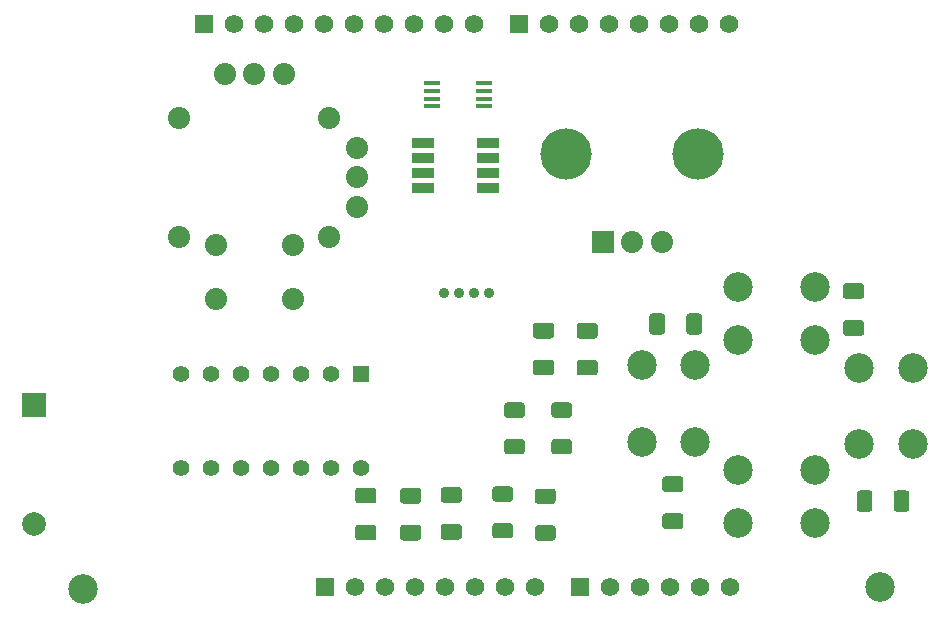
<source format=gbr>
%TF.GenerationSoftware,KiCad,Pcbnew,(5.1.10)-1*%
%TF.CreationDate,2021-12-06T12:22:38-06:00*%
%TF.ProjectId,FPGA-Shield,46504741-2d53-4686-9965-6c642e6b6963,rev?*%
%TF.SameCoordinates,Original*%
%TF.FileFunction,Soldermask,Top*%
%TF.FilePolarity,Negative*%
%FSLAX46Y46*%
G04 Gerber Fmt 4.6, Leading zero omitted, Abs format (unit mm)*
G04 Created by KiCad (PCBNEW (5.1.10)-1) date 2021-12-06 12:22:38*
%MOMM*%
%LPD*%
G01*
G04 APERTURE LIST*
%ADD10C,1.875000*%
%ADD11C,2.500000*%
%ADD12C,4.350000*%
%ADD13R,1.875000X1.875000*%
%ADD14C,2.000000*%
%ADD15R,2.000000X2.000000*%
%ADD16C,0.889000*%
%ADD17R,1.400000X0.450000*%
%ADD18R,1.906250X0.812500*%
%ADD19C,1.412500*%
%ADD20R,1.412500X1.412500*%
%ADD21C,1.560000*%
%ADD22R,1.560000X1.560000*%
G04 APERTURE END LIST*
D10*
%TO.C,U1*%
X126480000Y-54000000D03*
X126480000Y-56500000D03*
X126480000Y-51500000D03*
X114500000Y-64250000D03*
X121000000Y-64250000D03*
X121000000Y-59750000D03*
X114500000Y-59750000D03*
X124075000Y-59000000D03*
X111425000Y-59000000D03*
X111425000Y-49000000D03*
X124075000Y-49000000D03*
X120250000Y-45270000D03*
X115250000Y-45270000D03*
X117750000Y-45270000D03*
%TD*%
D11*
%TO.C,H2*%
X170700000Y-88700000D03*
%TD*%
%TO.C,H1*%
X103300000Y-88800000D03*
%TD*%
%TO.C,R12*%
G36*
G01*
X140425000Y-74350000D02*
X139175000Y-74350000D01*
G75*
G02*
X138925000Y-74100000I0J250000D01*
G01*
X138925000Y-73300000D01*
G75*
G02*
X139175000Y-73050000I250000J0D01*
G01*
X140425000Y-73050000D01*
G75*
G02*
X140675000Y-73300000I0J-250000D01*
G01*
X140675000Y-74100000D01*
G75*
G02*
X140425000Y-74350000I-250000J0D01*
G01*
G37*
G36*
G01*
X140425000Y-77450000D02*
X139175000Y-77450000D01*
G75*
G02*
X138925000Y-77200000I0J250000D01*
G01*
X138925000Y-76400000D01*
G75*
G02*
X139175000Y-76150000I250000J0D01*
G01*
X140425000Y-76150000D01*
G75*
G02*
X140675000Y-76400000I0J-250000D01*
G01*
X140675000Y-77200000D01*
G75*
G02*
X140425000Y-77450000I-250000J0D01*
G01*
G37*
%TD*%
%TO.C,R11*%
G36*
G01*
X144425000Y-74350000D02*
X143175000Y-74350000D01*
G75*
G02*
X142925000Y-74100000I0J250000D01*
G01*
X142925000Y-73300000D01*
G75*
G02*
X143175000Y-73050000I250000J0D01*
G01*
X144425000Y-73050000D01*
G75*
G02*
X144675000Y-73300000I0J-250000D01*
G01*
X144675000Y-74100000D01*
G75*
G02*
X144425000Y-74350000I-250000J0D01*
G01*
G37*
G36*
G01*
X144425000Y-77450000D02*
X143175000Y-77450000D01*
G75*
G02*
X142925000Y-77200000I0J250000D01*
G01*
X142925000Y-76400000D01*
G75*
G02*
X143175000Y-76150000I250000J0D01*
G01*
X144425000Y-76150000D01*
G75*
G02*
X144675000Y-76400000I0J-250000D01*
G01*
X144675000Y-77200000D01*
G75*
G02*
X144425000Y-77450000I-250000J0D01*
G01*
G37*
%TD*%
%TO.C,R10*%
G36*
G01*
X143025000Y-81650000D02*
X141775000Y-81650000D01*
G75*
G02*
X141525000Y-81400000I0J250000D01*
G01*
X141525000Y-80600000D01*
G75*
G02*
X141775000Y-80350000I250000J0D01*
G01*
X143025000Y-80350000D01*
G75*
G02*
X143275000Y-80600000I0J-250000D01*
G01*
X143275000Y-81400000D01*
G75*
G02*
X143025000Y-81650000I-250000J0D01*
G01*
G37*
G36*
G01*
X143025000Y-84750000D02*
X141775000Y-84750000D01*
G75*
G02*
X141525000Y-84500000I0J250000D01*
G01*
X141525000Y-83700000D01*
G75*
G02*
X141775000Y-83450000I250000J0D01*
G01*
X143025000Y-83450000D01*
G75*
G02*
X143275000Y-83700000I0J-250000D01*
G01*
X143275000Y-84500000D01*
G75*
G02*
X143025000Y-84750000I-250000J0D01*
G01*
G37*
%TD*%
%TO.C,R9*%
G36*
G01*
X139425000Y-81450000D02*
X138175000Y-81450000D01*
G75*
G02*
X137925000Y-81200000I0J250000D01*
G01*
X137925000Y-80400000D01*
G75*
G02*
X138175000Y-80150000I250000J0D01*
G01*
X139425000Y-80150000D01*
G75*
G02*
X139675000Y-80400000I0J-250000D01*
G01*
X139675000Y-81200000D01*
G75*
G02*
X139425000Y-81450000I-250000J0D01*
G01*
G37*
G36*
G01*
X139425000Y-84550000D02*
X138175000Y-84550000D01*
G75*
G02*
X137925000Y-84300000I0J250000D01*
G01*
X137925000Y-83500000D01*
G75*
G02*
X138175000Y-83250000I250000J0D01*
G01*
X139425000Y-83250000D01*
G75*
G02*
X139675000Y-83500000I0J-250000D01*
G01*
X139675000Y-84300000D01*
G75*
G02*
X139425000Y-84550000I-250000J0D01*
G01*
G37*
%TD*%
%TO.C,C10*%
G36*
G01*
X145299999Y-69437500D02*
X146600001Y-69437500D01*
G75*
G02*
X146850000Y-69687499I0J-249999D01*
G01*
X146850000Y-70512501D01*
G75*
G02*
X146600001Y-70762500I-249999J0D01*
G01*
X145299999Y-70762500D01*
G75*
G02*
X145050000Y-70512501I0J249999D01*
G01*
X145050000Y-69687499D01*
G75*
G02*
X145299999Y-69437500I249999J0D01*
G01*
G37*
G36*
G01*
X145299999Y-66312500D02*
X146600001Y-66312500D01*
G75*
G02*
X146850000Y-66562499I0J-249999D01*
G01*
X146850000Y-67387501D01*
G75*
G02*
X146600001Y-67637500I-249999J0D01*
G01*
X145299999Y-67637500D01*
G75*
G02*
X145050000Y-67387501I0J249999D01*
G01*
X145050000Y-66562499D01*
G75*
G02*
X145299999Y-66312500I249999J0D01*
G01*
G37*
%TD*%
%TO.C,C9*%
G36*
G01*
X141599999Y-69437500D02*
X142900001Y-69437500D01*
G75*
G02*
X143150000Y-69687499I0J-249999D01*
G01*
X143150000Y-70512501D01*
G75*
G02*
X142900001Y-70762500I-249999J0D01*
G01*
X141599999Y-70762500D01*
G75*
G02*
X141350000Y-70512501I0J249999D01*
G01*
X141350000Y-69687499D01*
G75*
G02*
X141599999Y-69437500I249999J0D01*
G01*
G37*
G36*
G01*
X141599999Y-66312500D02*
X142900001Y-66312500D01*
G75*
G02*
X143150000Y-66562499I0J-249999D01*
G01*
X143150000Y-67387501D01*
G75*
G02*
X142900001Y-67637500I-249999J0D01*
G01*
X141599999Y-67637500D01*
G75*
G02*
X141350000Y-67387501I0J249999D01*
G01*
X141350000Y-66562499D01*
G75*
G02*
X141599999Y-66312500I249999J0D01*
G01*
G37*
%TD*%
%TO.C,C8*%
G36*
G01*
X130349999Y-83410000D02*
X131650001Y-83410000D01*
G75*
G02*
X131900000Y-83659999I0J-249999D01*
G01*
X131900000Y-84485001D01*
G75*
G02*
X131650001Y-84735000I-249999J0D01*
G01*
X130349999Y-84735000D01*
G75*
G02*
X130100000Y-84485001I0J249999D01*
G01*
X130100000Y-83659999D01*
G75*
G02*
X130349999Y-83410000I249999J0D01*
G01*
G37*
G36*
G01*
X130349999Y-80285000D02*
X131650001Y-80285000D01*
G75*
G02*
X131900000Y-80534999I0J-249999D01*
G01*
X131900000Y-81360001D01*
G75*
G02*
X131650001Y-81610000I-249999J0D01*
G01*
X130349999Y-81610000D01*
G75*
G02*
X130100000Y-81360001I0J249999D01*
G01*
X130100000Y-80534999D01*
G75*
G02*
X130349999Y-80285000I249999J0D01*
G01*
G37*
%TD*%
%TO.C,C7*%
G36*
G01*
X126549999Y-83400000D02*
X127850001Y-83400000D01*
G75*
G02*
X128100000Y-83649999I0J-249999D01*
G01*
X128100000Y-84475001D01*
G75*
G02*
X127850001Y-84725000I-249999J0D01*
G01*
X126549999Y-84725000D01*
G75*
G02*
X126300000Y-84475001I0J249999D01*
G01*
X126300000Y-83649999D01*
G75*
G02*
X126549999Y-83400000I249999J0D01*
G01*
G37*
G36*
G01*
X126549999Y-80275000D02*
X127850001Y-80275000D01*
G75*
G02*
X128100000Y-80524999I0J-249999D01*
G01*
X128100000Y-81350001D01*
G75*
G02*
X127850001Y-81600000I-249999J0D01*
G01*
X126549999Y-81600000D01*
G75*
G02*
X126300000Y-81350001I0J249999D01*
G01*
X126300000Y-80524999D01*
G75*
G02*
X126549999Y-80275000I249999J0D01*
G01*
G37*
%TD*%
%TO.C,C6*%
G36*
G01*
X133799999Y-83337500D02*
X135100001Y-83337500D01*
G75*
G02*
X135350000Y-83587499I0J-249999D01*
G01*
X135350000Y-84412501D01*
G75*
G02*
X135100001Y-84662500I-249999J0D01*
G01*
X133799999Y-84662500D01*
G75*
G02*
X133550000Y-84412501I0J249999D01*
G01*
X133550000Y-83587499D01*
G75*
G02*
X133799999Y-83337500I249999J0D01*
G01*
G37*
G36*
G01*
X133799999Y-80212500D02*
X135100001Y-80212500D01*
G75*
G02*
X135350000Y-80462499I0J-249999D01*
G01*
X135350000Y-81287501D01*
G75*
G02*
X135100001Y-81537500I-249999J0D01*
G01*
X133799999Y-81537500D01*
G75*
G02*
X133550000Y-81287501I0J249999D01*
G01*
X133550000Y-80462499D01*
G75*
G02*
X133799999Y-80212500I249999J0D01*
G01*
G37*
%TD*%
%TO.C,C5*%
G36*
G01*
X170100000Y-80749999D02*
X170100000Y-82050001D01*
G75*
G02*
X169850001Y-82300000I-249999J0D01*
G01*
X169024999Y-82300000D01*
G75*
G02*
X168775000Y-82050001I0J249999D01*
G01*
X168775000Y-80749999D01*
G75*
G02*
X169024999Y-80500000I249999J0D01*
G01*
X169850001Y-80500000D01*
G75*
G02*
X170100000Y-80749999I0J-249999D01*
G01*
G37*
G36*
G01*
X173225000Y-80749999D02*
X173225000Y-82050001D01*
G75*
G02*
X172975001Y-82300000I-249999J0D01*
G01*
X172149999Y-82300000D01*
G75*
G02*
X171900000Y-82050001I0J249999D01*
G01*
X171900000Y-80749999D01*
G75*
G02*
X172149999Y-80500000I249999J0D01*
G01*
X172975001Y-80500000D01*
G75*
G02*
X173225000Y-80749999I0J-249999D01*
G01*
G37*
%TD*%
%TO.C,C4*%
G36*
G01*
X153850001Y-80637500D02*
X152549999Y-80637500D01*
G75*
G02*
X152300000Y-80387501I0J249999D01*
G01*
X152300000Y-79562499D01*
G75*
G02*
X152549999Y-79312500I249999J0D01*
G01*
X153850001Y-79312500D01*
G75*
G02*
X154100000Y-79562499I0J-249999D01*
G01*
X154100000Y-80387501D01*
G75*
G02*
X153850001Y-80637500I-249999J0D01*
G01*
G37*
G36*
G01*
X153850001Y-83762500D02*
X152549999Y-83762500D01*
G75*
G02*
X152300000Y-83512501I0J249999D01*
G01*
X152300000Y-82687499D01*
G75*
G02*
X152549999Y-82437500I249999J0D01*
G01*
X153850001Y-82437500D01*
G75*
G02*
X154100000Y-82687499I0J-249999D01*
G01*
X154100000Y-83512501D01*
G75*
G02*
X153850001Y-83762500I-249999J0D01*
G01*
G37*
%TD*%
%TO.C,C3*%
G36*
G01*
X167849999Y-66087500D02*
X169150001Y-66087500D01*
G75*
G02*
X169400000Y-66337499I0J-249999D01*
G01*
X169400000Y-67162501D01*
G75*
G02*
X169150001Y-67412500I-249999J0D01*
G01*
X167849999Y-67412500D01*
G75*
G02*
X167600000Y-67162501I0J249999D01*
G01*
X167600000Y-66337499D01*
G75*
G02*
X167849999Y-66087500I249999J0D01*
G01*
G37*
G36*
G01*
X167849999Y-62962500D02*
X169150001Y-62962500D01*
G75*
G02*
X169400000Y-63212499I0J-249999D01*
G01*
X169400000Y-64037501D01*
G75*
G02*
X169150001Y-64287500I-249999J0D01*
G01*
X167849999Y-64287500D01*
G75*
G02*
X167600000Y-64037501I0J249999D01*
G01*
X167600000Y-63212499D01*
G75*
G02*
X167849999Y-62962500I249999J0D01*
G01*
G37*
%TD*%
%TO.C,C2*%
G36*
G01*
X154337500Y-67050001D02*
X154337500Y-65749999D01*
G75*
G02*
X154587499Y-65500000I249999J0D01*
G01*
X155412501Y-65500000D01*
G75*
G02*
X155662500Y-65749999I0J-249999D01*
G01*
X155662500Y-67050001D01*
G75*
G02*
X155412501Y-67300000I-249999J0D01*
G01*
X154587499Y-67300000D01*
G75*
G02*
X154337500Y-67050001I0J249999D01*
G01*
G37*
G36*
G01*
X151212500Y-67050001D02*
X151212500Y-65749999D01*
G75*
G02*
X151462499Y-65500000I249999J0D01*
G01*
X152287501Y-65500000D01*
G75*
G02*
X152537500Y-65749999I0J-249999D01*
G01*
X152537500Y-67050001D01*
G75*
G02*
X152287501Y-67300000I-249999J0D01*
G01*
X151462499Y-67300000D01*
G75*
G02*
X151212500Y-67050001I0J249999D01*
G01*
G37*
%TD*%
D12*
%TO.C,SW1*%
X155350000Y-52000000D03*
X144150000Y-52000000D03*
D10*
X149750000Y-59500000D03*
X152250000Y-59500000D03*
D13*
X147250000Y-59500000D03*
%TD*%
D14*
%TO.C,BZ1*%
X99150000Y-83300000D03*
D15*
X99150000Y-73300000D03*
%TD*%
D16*
%TO.C,D1*%
X137600000Y-63800000D03*
X136330000Y-63800000D03*
X135060000Y-63800000D03*
X133790000Y-63800000D03*
%TD*%
D11*
%TO.C,SW2*%
X155100000Y-76400000D03*
X150600000Y-76400000D03*
X155100000Y-69900000D03*
X150600000Y-69900000D03*
%TD*%
%TO.C,SW3*%
X165250000Y-63250000D03*
X165250000Y-67750000D03*
X158750000Y-63250000D03*
X158750000Y-67750000D03*
%TD*%
%TO.C,SW4*%
X158750000Y-83250000D03*
X158750000Y-78750000D03*
X165250000Y-83250000D03*
X165250000Y-78750000D03*
%TD*%
%TO.C,SW5*%
X173500000Y-76600000D03*
X169000000Y-76600000D03*
X173500000Y-70100000D03*
X169000000Y-70100000D03*
%TD*%
D17*
%TO.C,U2*%
X132800000Y-46025000D03*
X132800000Y-46675000D03*
X132800000Y-47325000D03*
X132800000Y-47975000D03*
X137200000Y-47975000D03*
X137200000Y-47325000D03*
X137200000Y-46675000D03*
X137200000Y-46025000D03*
%TD*%
D18*
%TO.C,U3*%
X137512000Y-54905000D03*
X137512000Y-53635000D03*
X137512000Y-52365000D03*
X137512000Y-51095000D03*
X132088000Y-51095000D03*
X132088000Y-52365000D03*
X132088000Y-53635000D03*
X132088000Y-54905000D03*
%TD*%
D19*
%TO.C,U4*%
X126820000Y-78620000D03*
X124280000Y-78620000D03*
X121740000Y-78620000D03*
X119200000Y-78620000D03*
X116660000Y-78620000D03*
X114120000Y-78620000D03*
X111580000Y-78620000D03*
X111580000Y-70680000D03*
X114120000Y-70680000D03*
X116660000Y-70680000D03*
X119200000Y-70680000D03*
X121740000Y-70680000D03*
X124280000Y-70680000D03*
D20*
X126820000Y-70680000D03*
%TD*%
D21*
%TO.C,J1*%
X123699900Y-41000000D03*
X121159900Y-41000000D03*
X118619900Y-41000000D03*
X116079900Y-41000000D03*
D22*
X113539900Y-41000000D03*
D21*
X136399900Y-41000000D03*
X133859900Y-41000000D03*
X131319900Y-41000000D03*
X128779900Y-41000000D03*
X126239900Y-41000000D03*
%TD*%
%TO.C,J2*%
X157990000Y-41000000D03*
X155450000Y-41000000D03*
X152910000Y-41000000D03*
X150370000Y-41000000D03*
X147830000Y-41000000D03*
X145290000Y-41000000D03*
X142750000Y-41000000D03*
D22*
X140210000Y-41000000D03*
%TD*%
%TO.C,J3*%
X123720200Y-88700000D03*
D21*
X126260200Y-88700000D03*
X128800200Y-88700000D03*
X131340200Y-88700000D03*
X133880200Y-88700000D03*
X136420200Y-88700000D03*
X138960200Y-88700000D03*
X141500200Y-88700000D03*
%TD*%
D22*
%TO.C,J4*%
X145300000Y-88700000D03*
D21*
X147840000Y-88700000D03*
X150380000Y-88700000D03*
X152920000Y-88700000D03*
X155460000Y-88700000D03*
X158000000Y-88700000D03*
%TD*%
M02*

</source>
